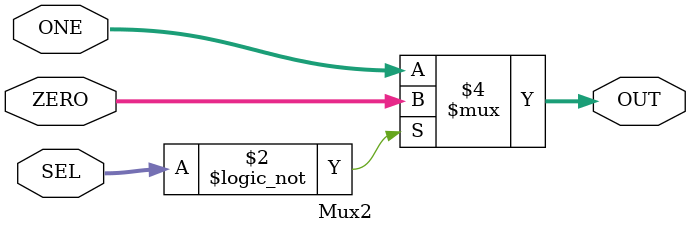
<source format=sv>
`timescale 1ns / 1ps


module Mux2(
    input logic [31:0] ZERO, ONE,
    input logic [1:0] SEL,
    output logic [31:0] OUT 
);
    
    always_comb begin
        if (SEL == 0)
            OUT = ZERO;
        else
            OUT = ONE;
    end 
endmodule

</source>
